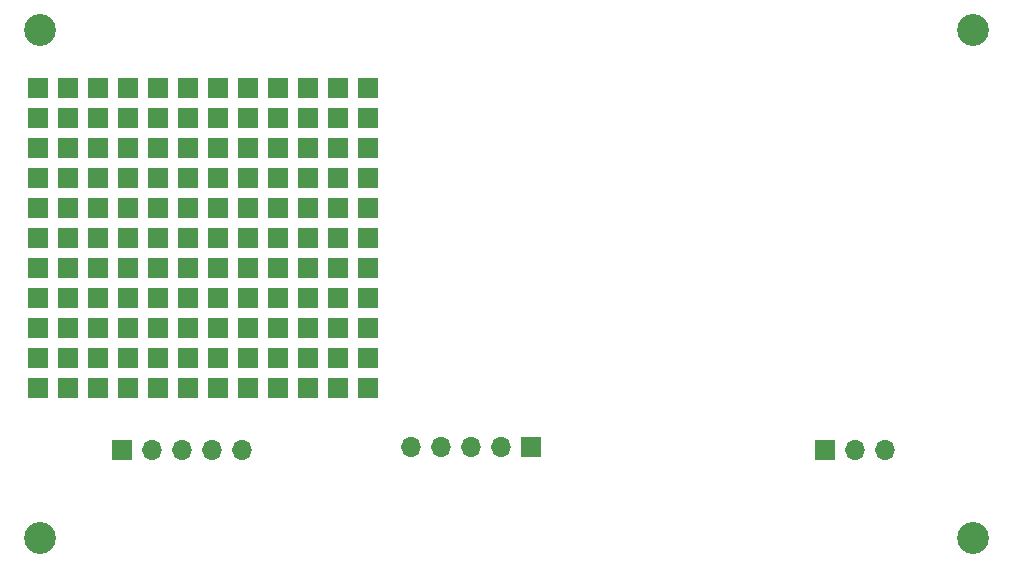
<source format=gbr>
%TF.GenerationSoftware,KiCad,Pcbnew,(6.0.9)*%
%TF.CreationDate,2022-11-20T11:02:00-05:00*%
%TF.ProjectId,PicoBoard,5069636f-426f-4617-9264-2e6b69636164,rev?*%
%TF.SameCoordinates,Original*%
%TF.FileFunction,Soldermask,Bot*%
%TF.FilePolarity,Negative*%
%FSLAX46Y46*%
G04 Gerber Fmt 4.6, Leading zero omitted, Abs format (unit mm)*
G04 Created by KiCad (PCBNEW (6.0.9)) date 2022-11-20 11:02:00*
%MOMM*%
%LPD*%
G01*
G04 APERTURE LIST*
%ADD10R,1.700000X1.700000*%
%ADD11C,2.700000*%
%ADD12O,1.700000X1.700000*%
G04 APERTURE END LIST*
D10*
%TO.C,*%
X27940000Y-27940000D03*
X27940000Y-27940000D03*
%TD*%
%TO.C,*%
X25400000Y-27940000D03*
X25400000Y-27940000D03*
%TD*%
%TO.C,*%
X40640000Y-27940000D03*
X40640000Y-27940000D03*
%TD*%
%TO.C,*%
X45720000Y-27940000D03*
X45720000Y-27940000D03*
%TD*%
%TO.C,*%
X22860000Y-27940000D03*
X22860000Y-27940000D03*
%TD*%
%TO.C,*%
X33020000Y-27940000D03*
X33020000Y-27940000D03*
%TD*%
%TO.C,*%
X35560000Y-27940000D03*
X35560000Y-27940000D03*
%TD*%
%TO.C,*%
X50800000Y-27940000D03*
X50800000Y-27940000D03*
%TD*%
%TO.C,*%
X43180000Y-27940000D03*
X43180000Y-27940000D03*
%TD*%
%TO.C,*%
X38100000Y-27940000D03*
X38100000Y-27940000D03*
%TD*%
%TO.C,*%
X48260000Y-27940000D03*
X48260000Y-27940000D03*
%TD*%
%TO.C,*%
X30480000Y-27940000D03*
X30480000Y-27940000D03*
%TD*%
%TO.C,*%
X48260000Y-30480000D03*
X48260000Y-30480000D03*
%TD*%
%TO.C,*%
X38100000Y-30480000D03*
X38100000Y-30480000D03*
%TD*%
%TO.C,*%
X43180000Y-30480000D03*
X43180000Y-30480000D03*
%TD*%
%TO.C,*%
X50800000Y-30480000D03*
X50800000Y-30480000D03*
%TD*%
%TO.C,*%
X22860000Y-30480000D03*
X22860000Y-30480000D03*
%TD*%
%TO.C,*%
X30480000Y-30480000D03*
X30480000Y-30480000D03*
%TD*%
%TO.C,*%
X33020000Y-30480000D03*
X33020000Y-30480000D03*
%TD*%
%TO.C,*%
X40640000Y-30480000D03*
X40640000Y-30480000D03*
%TD*%
%TO.C,*%
X27940000Y-30480000D03*
X27940000Y-30480000D03*
%TD*%
%TO.C,*%
X45720000Y-30480000D03*
X45720000Y-30480000D03*
%TD*%
%TO.C,*%
X25400000Y-30480000D03*
X25400000Y-30480000D03*
%TD*%
%TO.C,*%
X35560000Y-30480000D03*
X35560000Y-30480000D03*
%TD*%
%TO.C,*%
X33020000Y-33020000D03*
X33020000Y-33020000D03*
%TD*%
%TO.C,*%
X40640000Y-33020000D03*
X40640000Y-33020000D03*
%TD*%
%TO.C,*%
X50800000Y-33020000D03*
X50800000Y-33020000D03*
%TD*%
%TO.C,*%
X45720000Y-33020000D03*
X45720000Y-33020000D03*
%TD*%
%TO.C,*%
X35560000Y-33020000D03*
X35560000Y-33020000D03*
%TD*%
%TO.C,*%
X22860000Y-33020000D03*
X22860000Y-33020000D03*
%TD*%
%TO.C,*%
X43180000Y-33020000D03*
X43180000Y-33020000D03*
%TD*%
%TO.C,*%
X48260000Y-33020000D03*
X48260000Y-33020000D03*
%TD*%
%TO.C,*%
X27940000Y-33020000D03*
X27940000Y-33020000D03*
%TD*%
%TO.C,*%
X38100000Y-33020000D03*
X38100000Y-33020000D03*
%TD*%
%TO.C,*%
X25400000Y-33020000D03*
X25400000Y-33020000D03*
%TD*%
%TO.C,*%
X30480000Y-33020000D03*
X30480000Y-33020000D03*
%TD*%
%TO.C,*%
X45720000Y-35560000D03*
X45720000Y-35560000D03*
%TD*%
%TO.C,*%
X38100000Y-35560000D03*
X38100000Y-35560000D03*
%TD*%
%TO.C,*%
X25400000Y-35560000D03*
X25400000Y-35560000D03*
%TD*%
%TO.C,*%
X33020000Y-35560000D03*
X33020000Y-35560000D03*
%TD*%
%TO.C,*%
X27940000Y-35560000D03*
X27940000Y-35560000D03*
%TD*%
%TO.C,*%
X48260000Y-35560000D03*
X48260000Y-35560000D03*
%TD*%
%TO.C,*%
X40640000Y-35560000D03*
X40640000Y-35560000D03*
%TD*%
%TO.C,*%
X35560000Y-35560000D03*
X35560000Y-35560000D03*
%TD*%
%TO.C,*%
X50800000Y-35560000D03*
X50800000Y-35560000D03*
%TD*%
%TO.C,*%
X30480000Y-35560000D03*
X30480000Y-35560000D03*
%TD*%
%TO.C,*%
X22860000Y-35560000D03*
X22860000Y-35560000D03*
%TD*%
%TO.C,*%
X43180000Y-35560000D03*
X43180000Y-35560000D03*
%TD*%
%TO.C,*%
X35560000Y-38100000D03*
X35560000Y-38100000D03*
%TD*%
%TO.C,*%
X27940000Y-38100000D03*
X27940000Y-38100000D03*
%TD*%
%TO.C,*%
X45720000Y-38100000D03*
X45720000Y-38100000D03*
%TD*%
%TO.C,*%
X40640000Y-38100000D03*
X40640000Y-38100000D03*
%TD*%
%TO.C,*%
X48260000Y-38100000D03*
X48260000Y-38100000D03*
%TD*%
%TO.C,*%
X43180000Y-38100000D03*
X43180000Y-38100000D03*
%TD*%
%TO.C,*%
X25400000Y-38100000D03*
X25400000Y-38100000D03*
%TD*%
%TO.C,*%
X33020000Y-38100000D03*
X33020000Y-38100000D03*
%TD*%
%TO.C,*%
X50800000Y-38100000D03*
X50800000Y-38100000D03*
%TD*%
%TO.C,*%
X22860000Y-38100000D03*
X22860000Y-38100000D03*
%TD*%
%TO.C,*%
X30480000Y-38100000D03*
X30480000Y-38100000D03*
%TD*%
%TO.C,*%
X38100000Y-38100000D03*
X38100000Y-38100000D03*
%TD*%
%TO.C,*%
X27940000Y-40640000D03*
X27940000Y-40640000D03*
%TD*%
%TO.C,*%
X35560000Y-40640000D03*
X35560000Y-40640000D03*
%TD*%
%TO.C,*%
X33020000Y-40640000D03*
X33020000Y-40640000D03*
%TD*%
%TO.C,*%
X25400000Y-40640000D03*
X25400000Y-40640000D03*
%TD*%
%TO.C,*%
X40640000Y-40640000D03*
X40640000Y-40640000D03*
%TD*%
%TO.C,*%
X50800000Y-40640000D03*
X50800000Y-40640000D03*
%TD*%
%TO.C,*%
X30480000Y-40640000D03*
X30480000Y-40640000D03*
%TD*%
%TO.C,*%
X45720000Y-40640000D03*
X45720000Y-40640000D03*
%TD*%
%TO.C,*%
X48260000Y-40640000D03*
X48260000Y-40640000D03*
%TD*%
%TO.C,*%
X43180000Y-40640000D03*
X43180000Y-40640000D03*
%TD*%
%TO.C,*%
X22860000Y-40640000D03*
X22860000Y-40640000D03*
%TD*%
%TO.C,*%
X38100000Y-40640000D03*
X38100000Y-40640000D03*
%TD*%
%TO.C,*%
X22860000Y-43180000D03*
X22860000Y-43180000D03*
%TD*%
%TO.C,*%
X45720000Y-43180000D03*
X45720000Y-43180000D03*
%TD*%
%TO.C,*%
X48260000Y-43180000D03*
X48260000Y-43180000D03*
%TD*%
%TO.C,*%
X38100000Y-43180000D03*
X38100000Y-43180000D03*
%TD*%
%TO.C,*%
X40640000Y-43180000D03*
X40640000Y-43180000D03*
%TD*%
%TO.C,*%
X27940000Y-43180000D03*
X27940000Y-43180000D03*
%TD*%
%TO.C,*%
X33020000Y-43180000D03*
X33020000Y-43180000D03*
%TD*%
%TO.C,*%
X25400000Y-43180000D03*
X25400000Y-43180000D03*
%TD*%
%TO.C,*%
X50800000Y-43180000D03*
X50800000Y-43180000D03*
%TD*%
%TO.C,*%
X35560000Y-43180000D03*
X35560000Y-43180000D03*
%TD*%
%TO.C,*%
X43180000Y-43180000D03*
X43180000Y-43180000D03*
%TD*%
%TO.C,*%
X30480000Y-43180000D03*
X30480000Y-43180000D03*
%TD*%
%TO.C,*%
X35560000Y-45720000D03*
X35560000Y-45720000D03*
%TD*%
%TO.C,*%
X27940000Y-45720000D03*
X27940000Y-45720000D03*
%TD*%
%TO.C,*%
X45720000Y-45720000D03*
X45720000Y-45720000D03*
%TD*%
%TO.C,*%
X38100000Y-45720000D03*
X38100000Y-45720000D03*
%TD*%
%TO.C,*%
X25400000Y-45720000D03*
X25400000Y-45720000D03*
%TD*%
%TO.C,*%
X22860000Y-45720000D03*
X22860000Y-45720000D03*
%TD*%
%TO.C,*%
X50800000Y-45720000D03*
X50800000Y-45720000D03*
%TD*%
%TO.C,*%
X33020000Y-45720000D03*
X33020000Y-45720000D03*
%TD*%
%TO.C,*%
X40640000Y-45720000D03*
X40640000Y-45720000D03*
%TD*%
%TO.C,*%
X30480000Y-45720000D03*
X30480000Y-45720000D03*
%TD*%
%TO.C,*%
X48260000Y-45720000D03*
X48260000Y-45720000D03*
%TD*%
%TO.C,*%
X43180000Y-45720000D03*
X43180000Y-45720000D03*
%TD*%
%TO.C,*%
X50800000Y-48260000D03*
X50800000Y-48260000D03*
%TD*%
%TO.C,*%
X33020000Y-48260000D03*
X33020000Y-48260000D03*
%TD*%
%TO.C,*%
X30480000Y-48260000D03*
X30480000Y-48260000D03*
%TD*%
%TO.C,*%
X25400000Y-48260000D03*
X25400000Y-48260000D03*
%TD*%
%TO.C,*%
X35560000Y-48260000D03*
X35560000Y-48260000D03*
%TD*%
%TO.C,*%
X27940000Y-48260000D03*
X27940000Y-48260000D03*
%TD*%
%TO.C,*%
X38100000Y-48260000D03*
X38100000Y-48260000D03*
%TD*%
%TO.C,*%
X45720000Y-48260000D03*
X45720000Y-48260000D03*
%TD*%
%TO.C,*%
X40640000Y-48260000D03*
X40640000Y-48260000D03*
%TD*%
%TO.C,*%
X48260000Y-48260000D03*
X48260000Y-48260000D03*
%TD*%
%TO.C,*%
X22860000Y-48260000D03*
X22860000Y-48260000D03*
%TD*%
%TO.C,*%
X43180000Y-48260000D03*
X43180000Y-48260000D03*
%TD*%
%TO.C,*%
X30480000Y-50800000D03*
X30480000Y-50800000D03*
%TD*%
%TO.C,*%
X40640000Y-50800000D03*
X40640000Y-50800000D03*
%TD*%
%TO.C,*%
X50800000Y-50800000D03*
X50800000Y-50800000D03*
%TD*%
%TO.C,*%
X45720000Y-50800000D03*
X45720000Y-50800000D03*
%TD*%
%TO.C,*%
X33020000Y-50800000D03*
X33020000Y-50800000D03*
%TD*%
%TO.C,*%
X25400000Y-50800000D03*
X25400000Y-50800000D03*
%TD*%
%TO.C,*%
X48260000Y-50800000D03*
X48260000Y-50800000D03*
%TD*%
%TO.C,*%
X43180000Y-50800000D03*
X43180000Y-50800000D03*
%TD*%
%TO.C,*%
X35560000Y-50800000D03*
X35560000Y-50800000D03*
%TD*%
%TO.C,*%
X38100000Y-50800000D03*
X38100000Y-50800000D03*
%TD*%
%TO.C,*%
X27940000Y-50800000D03*
X27940000Y-50800000D03*
%TD*%
%TO.C,*%
X22860000Y-50800000D03*
X22860000Y-50800000D03*
%TD*%
%TO.C,*%
X22860000Y-53340000D03*
X22860000Y-53340000D03*
%TD*%
%TO.C,*%
X25400000Y-53340000D03*
X25400000Y-53340000D03*
%TD*%
%TO.C,*%
X27940000Y-53340000D03*
X27940000Y-53340000D03*
%TD*%
%TO.C,*%
X30480000Y-53340000D03*
X30480000Y-53340000D03*
%TD*%
%TO.C,*%
X33020000Y-53340000D03*
X33020000Y-53340000D03*
%TD*%
%TO.C,*%
X35560000Y-53340000D03*
X35560000Y-53340000D03*
%TD*%
%TO.C,*%
X38100000Y-53340000D03*
X38100000Y-53340000D03*
%TD*%
%TO.C,*%
X40640000Y-53340000D03*
X40640000Y-53340000D03*
%TD*%
%TO.C,*%
X43180000Y-53340000D03*
X43180000Y-53340000D03*
%TD*%
%TO.C,*%
X45720000Y-53340000D03*
X45720000Y-53340000D03*
%TD*%
%TO.C,*%
X48260000Y-53340000D03*
X48260000Y-53340000D03*
%TD*%
D11*
%TO.C,H1*%
X23000000Y-23000000D03*
%TD*%
D10*
%TO.C,*%
X50800000Y-53340000D03*
X50800000Y-53340000D03*
%TD*%
D12*
%TO.C,J1*%
X94525000Y-58625000D03*
X91985000Y-58625000D03*
D10*
X89445000Y-58625000D03*
%TD*%
D12*
%TO.C,J3*%
X40075000Y-58625000D03*
X37535000Y-58625000D03*
X34995000Y-58625000D03*
X32455000Y-58625000D03*
D10*
X29915000Y-58625000D03*
%TD*%
D11*
%TO.C,H3*%
X102000000Y-66000000D03*
%TD*%
%TO.C,H4*%
X102000000Y-23000000D03*
%TD*%
D10*
%TO.C,J2*%
X64571000Y-58319000D03*
D12*
X62031000Y-58319000D03*
X59491000Y-58319000D03*
X56951000Y-58319000D03*
X54411000Y-58319000D03*
%TD*%
D11*
%TO.C,H2*%
X23000000Y-66000000D03*
%TD*%
M02*

</source>
